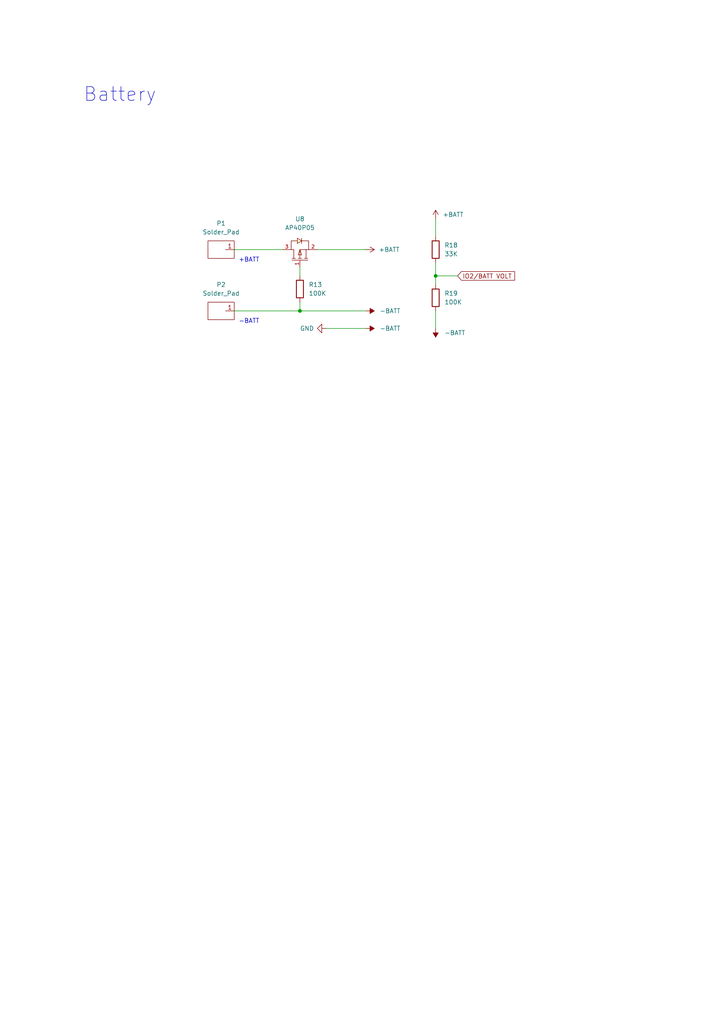
<source format=kicad_sch>
(kicad_sch (version 20230121) (generator eeschema)
  (paper "A4" portrait)
  (lib_symbols
    (symbol "Device:R" (pin_numbers hide) (pin_names (offset 0))
      (property "Reference" "R" (at 2.032 0 90))
      (property "Value" "R" (at 0 0 90))
      (symbol "R_0_1"
        (rectangle (start -1.016 -2.54) (end 1.016 2.54) (stroke (width 0.254)))
      )
      (symbol "R_1_1"
        (pin passive line (at 0 3.81 270) (length 1.27) (name "~") (number "1"))
        (pin passive line (at 0 -3.81 90) (length 1.27) (name "~") (number "2"))
      )
    )
    (symbol "MyParts:AP40P05" (pin_names hide)
      (property "Reference" "U" (at -6.35 6.35 0))
      (property "Value" "AP40P05" (at -6.35 2.54 0))
      (symbol "AP40P05_0_0"
        (polyline (pts (xy -3.048 1.016) (xy -3.048 -3.556)))
        (polyline (pts (xy -2.54 -3.556) (xy -2.54 -2.54)))
        (polyline (pts (xy -2.54 -1.778) (xy -2.54 -0.762)))
        (polyline (pts (xy -2.54 0) (xy -2.54 1.016)))
        (polyline (pts (xy 0 -3.048) (xy -2.54 -3.048)))
        (polyline (pts (xy 0 0.508) (xy -2.54 0.508)))
        (polyline (pts (xy -2.54 -1.27) (xy 0 -1.27) (xy 0 -3.81)))
        (polyline (pts (xy 0 -3.81) (xy 2.54 -3.81) (xy 2.54 -1.778)))
        (polyline (pts (xy 0 -1.27) (xy -1.524 -0.762) (xy -1.524 -1.778) (xy 0 -1.27)) (fill (type background)))
        (polyline (pts (xy 0 0.508) (xy 0 1.27) (xy 2.54 1.27) (xy 2.54 -0.508)))
        (polyline (pts (xy 2.54 -1.778) (xy 3.302 -0.508) (xy 1.778 -0.508) (xy 2.54 -1.778)) (fill (type background)))
        (polyline (pts (xy 3.302 -1.778) (xy 3.048 -1.778) (xy 2.032 -1.778) (xy 1.778 -1.778)))
        (pin unspecified line (at -5.08 -1.27 0) (length 2.032) (name "G") (number "1"))
        (pin unspecified line (at 0 -6.35 90) (length 2.54) (name "S") (number "2"))
        (pin unspecified line (at 0 3.81 270) (length 2.54) (name "D") (number "3"))
      )
    )
    (symbol "MyParts:Solder_Pad"
      (property "Reference" "P" (at 0 3.81 0))
      (property "Value" "Solder_Pad" (at 0 -2.54 0))
      (symbol "Solder_Pad_0_1"
        (rectangle (start 0 2.54) (end 7.62 -2.54) (stroke (width 0.1524)))
      )
      (symbol "Solder_Pad_1_1"
        (pin bidirectional line (at 0 0 0) (length 2.54) (name "") (number "1"))
      )
    )
    (symbol "power:+BATT" (power) (pin_names (offset 0))
      (property "Value" "+BATT" (at 0 3.556 0))
      (symbol "+BATT_0_1"
        (polyline (pts (xy -0.762 1.27) (xy 0 2.54)))
        (polyline (pts (xy 0 0) (xy 0 2.54)))
        (polyline (pts (xy 0 2.54) (xy 0.762 1.27)))
      )
      (symbol "+BATT_1_1"
        (pin power_in line (at 0 0 90) (length 0) hide (name "+BATT") (number "1"))
      )
    )
    (symbol "power:-BATT" (power) (pin_names (offset 0))
      (property "Value" "-BATT" (at 0 3.556 0))
      (symbol "-BATT_0_1"
        (polyline (pts (xy 0 0) (xy 0 2.54)))
        (polyline (pts (xy 0.762 1.27) (xy -0.762 1.27) (xy 0 2.54) (xy 0.762 1.27)) (fill (type outline)))
      )
      (symbol "-BATT_1_1"
        (pin power_in line (at 0 0 90) (length 0) hide (name "-BATT") (number "1"))
      )
    )
    (symbol "power:GND" (power) (pin_names (offset 0))
      (property "Value" "GND" (at 0 -3.81 0))
      (symbol "GND_0_1"
        (polyline (pts (xy 0 0) (xy 0 -1.27) (xy 1.27 -1.27) (xy 0 -2.54) (xy -1.27 -1.27) (xy 0 -1.27)))
      )
      (symbol "GND_1_1"
        (pin power_in line (at 0 0 270) (length 0) hide (name "GND") (number "1"))
      )
    )
  )
  (junction (at 86.995 90.17))
  (junction (at 126.365 80.01))
  (wire (pts (xy 126.365 80.01) (xy 126.365 82.55)))
  (wire (pts (xy 86.995 90.17) (xy 106.045 90.17)))
  (wire (pts (xy 86.995 87.63) (xy 86.995 90.17)))
  (wire (pts (xy 92.075 72.39) (xy 106.045 72.39)))
  (wire (pts (xy 126.365 90.17) (xy 126.365 95.25)))
  (wire (pts (xy 94.615 95.25) (xy 106.045 95.25)))
  (wire (pts (xy 86.995 77.47) (xy 86.995 80.01)))
  (wire (pts (xy 67.945 72.39) (xy 81.915 72.39)))
  (wire (pts (xy 126.365 80.01) (xy 132.715 80.01)))
  (wire (pts (xy 126.365 63.5) (xy 126.365 68.58)))
  (wire (pts (xy 126.365 76.2) (xy 126.365 80.01)))
  (wire (pts (xy 67.945 90.17) (xy 86.995 90.17)))
  (text "Battery" (at 24.13 29.845 0) (effects (font (size 4 4)) (justify left bottom)))
  (text "+BATT" (at 69.215 76.2 0) (effects (font (size 1.27 1.27)) (justify left bottom)))
  (text "-BATT" (at 69.215 93.98 0) (effects (font (size 1.27 1.27)) (justify left bottom)))
  (global_label "IO2{slash}BATT VOLT" (shape input) (at 132.715 80.01 0) (property "Intersheetrefs" "${INTERSHEET_REFS}" (effects hide)))
  (symbol (lib_id "power:-BATT") (at 106.045 95.25 270) (unit 1)
    (property "Reference" "#PWR0152" (effects hide))
    (property "Value" "-BATT" (at 116.205 95.25 90) (effects (justify right)))
  )
  (symbol (lib_id "Device:R") (at 126.365 72.39 180) (unit 1)
    (property "Reference" "R18" (at 128.905 71.1199 0) (effects (justify right)))
    (property "Value" "33K" (at 128.905 73.6599 0) (effects (justify right)))
    (property "Footprint" "Resistor_SMD:R_0402_1005Metric" (effects hide))
    (property "LCSC #" "C25779" (effects hide))
  )
  (symbol (lib_id "MyParts:Solder_Pad") (at 67.945 72.39 180) (unit 1)
    (property "Reference" "P1" (at 64.135 64.77 0))
    (property "Value" "Solder_Pad" (at 64.135 67.31 0))
    (property "Footprint" "footprint:Solder pad" (effects hide))
  )
  (symbol (lib_id "MyParts:AP40P05") (at 85.725 72.39 90) (unit 1)
    (property "Reference" "U8" (at 86.995 63.5 90))
    (property "Value" "AP40P05" (at 86.995 66.04 90))
    (property "Footprint" "footprint:SOT-23-3_L2.9-W1.3-P1.90-LS2.4-BR" (effects hide))
    (property "Datasheet" "https://www.diodes.com/assets/Package-Files/SOT23.pdf" (effects hide))
    (property "LCSC #" "C2886385" (effects hide))
  )
  (symbol (lib_id "Device:R") (at 126.365 86.36 180) (unit 1)
    (property "Reference" "R19" (at 128.905 85.0899 0) (effects (justify right)))
    (property "Value" "100K" (at 128.905 87.6299 0) (effects (justify right)))
    (property "Footprint" "Resistor_SMD:R_0402_1005Metric" (effects hide))
    (property "LCSC #" "C25741" (effects hide))
  )
  (symbol (lib_id "power:-BATT") (at 126.365 95.25 180) (unit 1)
    (property "Reference" "#PWR0153" (effects hide))
    (property "Value" "-BATT" (at 128.905 96.5199 0) (effects (justify right)))
  )
  (symbol (lib_id "power:+BATT") (at 126.365 63.5 0) (unit 1)
    (property "Reference" "#PWR0109" (effects hide))
    (property "Value" "+BATT" (at 131.445 62.23 0))
  )
  (symbol (lib_id "Device:R") (at 86.995 83.82 180) (unit 1)
    (property "Reference" "R13" (at 89.535 82.5499 0) (effects (justify right)))
    (property "Value" "100K" (at 89.535 85.0899 0) (effects (justify right)))
    (property "Footprint" "Resistor_SMD:R_0402_1005Metric" (effects hide))
    (property "LCSC #" "C25741" (effects hide))
  )
  (symbol (lib_id "power:-BATT") (at 106.045 90.17 270) (unit 1)
    (property "Reference" "#PWR0151" (effects hide))
    (property "Value" "-BATT" (at 116.205 90.17 90) (effects (justify right)))
  )
  (symbol (lib_id "power:GND") (at 94.615 95.25 270) (mirror x) (unit 1)
    (property "Reference" "#PWR0135" (effects hide))
    (property "Value" "GND" (at 86.995 95.25 90) (effects (justify left)))
  )
  (symbol (lib_id "power:+BATT") (at 106.045 72.39 270) (unit 1)
    (property "Reference" "#PWR0121" (effects hide))
    (property "Value" "+BATT" (at 109.855 72.3901 90) (effects (justify left)))
  )
  (symbol (lib_id "MyParts:Solder_Pad") (at 67.945 90.17 180) (unit 1)
    (property "Reference" "P2" (at 64.135 82.55 0))
    (property "Value" "Solder_Pad" (at 64.135 85.09 0))
    (property "Footprint" "footprint:Solder pad" (effects hide))
  )
)
</source>
